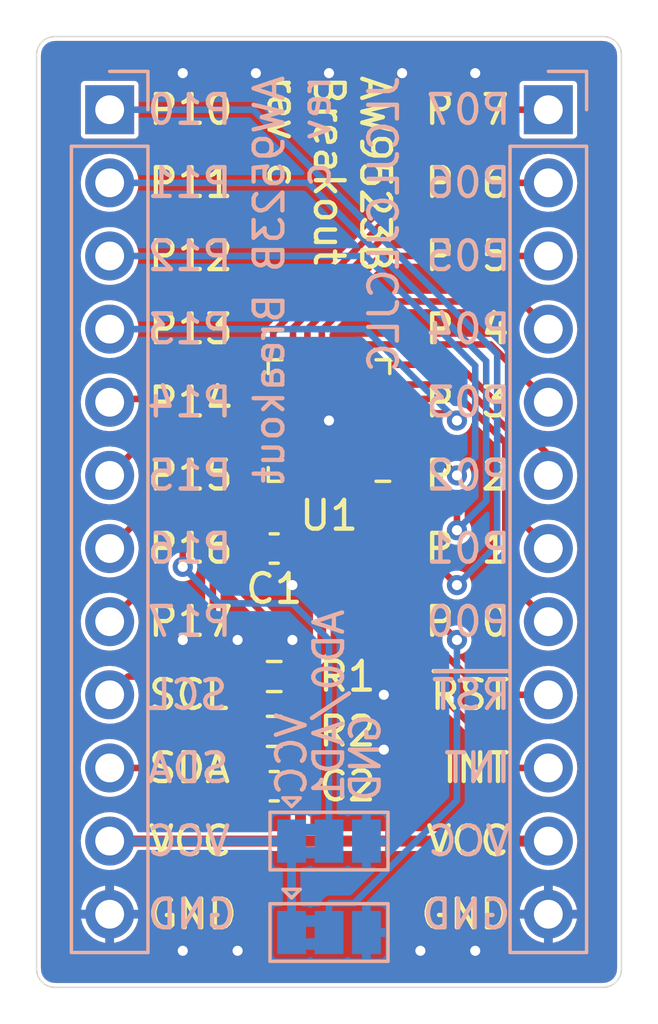
<source format=kicad_pcb>
(kicad_pcb (version 20211014) (generator pcbnew)
  (title_block (title "${TITLE}") (rev "${REVISION}") (company "${AUTHOR}") (comment 1 "${EMAIL}"))
  (layers (0 "F.Cu" signal) (31 "B.Cu" signal) (34 "B.Paste" user) (35 "F.Paste" user) (36 "B.SilkS" user "B.Silkscreen") (37 "F.SilkS" user "F.Silkscreen") (38 "B.Mask" user) (39 "F.Mask" user) (44 "Edge.Cuts" user))
  (property "AUTHOR" "Lars Boegild Thomsen")
  (property "EMAIL" "lbthomsen@gmail.com")
  (property "REVISION" "c")
  (property "TITLE" "AW9523B Breakout")
  (net 0 "")
  (net 1 "GND")
  (net 2 "VCC")
  (net 3 "AD0")
  (net 4 "AD1")
  (net 5 "SCL")
  (net 6 "SDA")
  (net 7 "NRST")
  (net 8 "INT")
  (net 9 "P1_7")
  (net 10 "P1_6")
  (net 11 "P1_5")
  (net 12 "P1_4")
  (net 13 "P0_7")
  (net 14 "P0_6")
  (net 15 "P0_5")
  (net 16 "P0_4")
  (net 17 "P0_3")
  (net 18 "P0_2")
  (net 19 "P0_1")
  (net 20 "P0_0")
  (net 21 "P1_3")
  (net 22 "P1_2")
  (net 23 "P1_1")
  (net 24 "P1_0")
  (footprint "Resistor_SMD:R_0603_1608Metric" (layer "F.Cu") (at 140.335 100.965 180)
    (fp_text reference "R1" (at -2.54 0) (layer "F.SilkS"))
    (fp_text value "10k")
    (fp_line (start -0.237258 -0.5225) (end 0.237258 -0.5225) (layer "F.SilkS") (width 0.12))
    (fp_line (start -0.237258 0.5225) (end 0.237258 0.5225) (layer "F.SilkS") (width 0.12))
    (pad "1" smd roundrect (at -0.825 0 180) (size 0.8 0.95) (layers "F.Cu" "F.Paste" "F.Mask") (net 2 "VCC"))
    (pad "2" smd roundrect (at 0.825 0 180) (size 0.8 0.95) (layers "F.Cu" "F.Paste" "F.Mask") (net 5 "SCL"))
  )
  (footprint "Resistor_SMD:R_0603_1608Metric" (layer "F.Cu") (at 140.335 102.87 180)
    (fp_text reference "R2" (at -2.54 0) (layer "F.SilkS"))
    (fp_text value "10k")
    (fp_line (start -0.237258 -0.5225) (end 0.237258 -0.5225) (layer "F.SilkS") (width 0.12))
    (fp_line (start -0.237258 0.5225) (end 0.237258 0.5225) (layer "F.SilkS") (width 0.12))
    (pad "1" smd roundrect (at -0.825 0 180) (size 0.8 0.95) (layers "F.Cu" "F.Paste" "F.Mask") (net 2 "VCC"))
    (pad "2" smd roundrect (at 0.825 0 180) (size 0.8 0.95) (layers "F.Cu" "F.Paste" "F.Mask") (net 6 "SDA"))
  )
  (footprint "Capacitor_SMD:C_0603_1608Metric" (layer "F.Cu") (at 140.335 96.52 180)
    (fp_text reference "C1" (at 0 -1.397) (layer "F.SilkS"))
    (fp_text value "100nF")
    (fp_line (start -0.14058 0.51) (end 0.14058 0.51) (layer "F.SilkS") (width 0.12))
    (fp_line (start -0.14058 -0.51) (end 0.14058 -0.51) (layer "F.SilkS") (width 0.12))
    (pad "1" smd roundrect (at -0.775 0 180) (size 0.9 0.95) (layers "F.Cu" "F.Paste" "F.Mask") (net 2 "VCC"))
    (pad "2" smd roundrect (at 0.775 0 180) (size 0.9 0.95) (layers "F.Cu" "F.Paste" "F.Mask") (net 1 "GND"))
  )
  (footprint "Capacitor_SMD:C_0603_1608Metric" (layer "F.Cu") (at 140.335 104.775 180)
    (fp_text reference "C2" (at -2.54 0) (layer "F.SilkS"))
    (fp_text value "1uF")
    (fp_line (start -0.14058 -0.51) (end 0.14058 -0.51) (layer "F.SilkS") (width 0.12))
    (fp_line (start -0.14058 0.51) (end 0.14058 0.51) (layer "F.SilkS") (width 0.12))
    (pad "1" smd roundrect (at -0.775 0 180) (size 0.9 0.95) (layers "F.Cu" "F.Paste" "F.Mask") (net 2 "VCC"))
    (pad "2" smd roundrect (at 0.775 0 180) (size 0.9 0.95) (layers "F.Cu" "F.Paste" "F.Mask") (net 1 "GND"))
  )
  (footprint "Package_DFN_QFN:QFN-24-1EP_4x4mm_P0.5mm_EP2.6x2.6mm" (layer "F.Cu") (at 142.24 92.075 180)
    (fp_text reference "U1" (at 0 -3.3) (layer "F.SilkS"))
    (fp_text value "AW9523B")
    (fp_line (start 1.635 -2.11) (end 2.11 -2.11) (layer "F.SilkS") (width 0.12))
    (fp_line (start 1.635 2.11) (end 2.11 2.11) (layer "F.SilkS") (width 0.12))
    (fp_line (start -1.635 -2.11) (end -2.11 -2.11) (layer "F.SilkS") (width 0.12))
    (fp_line (start -2.11 2.11) (end -2.11 1.635) (layer "F.SilkS") (width 0.12))
    (fp_line (start 2.11 2.11) (end 2.11 1.635) (layer "F.SilkS") (width 0.12))
    (fp_line (start -1.635 2.11) (end -2.11 2.11) (layer "F.SilkS") (width 0.12))
    (fp_line (start 2.11 -2.11) (end 2.11 -1.635) (layer "F.SilkS") (width 0.12))
    (pad "1" smd roundrect (at -1.9375 -1.25 180) (size 0.825 0.25) (layers "F.Cu" "F.Paste" "F.Mask") (net 24 "P1_0"))
    (pad "2" smd roundrect (at -1.9375 -0.75 180) (size 0.825 0.25) (layers "F.Cu" "F.Paste" "F.Mask") (net 23 "P1_1"))
    (pad "3" smd roundrect (at -1.9375 -0.25 180) (size 0.825 0.25) (layers "F.Cu" "F.Paste" "F.Mask") (net 22 "P1_2"))
    (pad "4" smd roundrect (at -1.9375 0.25 180) (size 0.825 0.25) (layers "F.Cu" "F.Paste" "F.Mask") (net 21 "P1_3"))
    (pad "5" smd roundrect (at -1.9375 0.75 180) (size 0.825 0.25) (layers "F.Cu" "F.Paste" "F.Mask") (net 20 "P0_0"))
    (pad "6" smd roundrect (at -1.9375 1.25 180) (size 0.825 0.25) (layers "F.Cu" "F.Paste" "F.Mask") (net 19 "P0_1"))
    (pad "7" smd roundrect (at -1.25 1.9375 180) (size 0.25 0.825) (layers "F.Cu" "F.Paste" "F.Mask") (net 18 "P0_2"))
    (pad "8" smd roundrect (at -0.75 1.9375 180) (size 0.25 0.825) (layers "F.Cu" "F.Paste" "F.Mask") (net 17 "P0_3"))
    (pad "9" smd roundrect (at -0.25 1.9375 180) (size 0.25 0.825) (layers "F.Cu" "F.Paste" "F.Mask") (net 1 "GND"))
    (pad "10" smd roundrect (at 0.25 1.9375 180) (size 0.25 0.825) (layers "F.Cu" "F.Paste" "F.Mask") (net 16 "P0_4"))
    (pad "11" smd roundrect (at 0.75 1.9375 180) (size 0.25 0.825) (layers "F.Cu" "F.Paste" "F.Mask") (net 15 "P0_5"))
    (pad "12" smd roundrect (at 1.25 1.9375 180) (size 0.25 0.825) (layers "F.Cu" "F.Paste" "F.Mask") (net 14 "P0_6"))
    (pad "13" smd roundrect (at 1.9375 1.25 180) (size 0.825 0.25) (layers "F.Cu" "F.Paste" "F.Mask") (net 13 "P0_7"))
    (pad "14" smd roundrect (at 1.9375 0.75 180) (size 0.825 0.25) (layers "F.Cu" "F.Paste" "F.Mask") (net 12 "P1_4"))
    (pad "15" smd roundrect (at 1.9375 0.25 180) (size 0.825 0.25) (layers "F.Cu" "F.Paste" "F.Mask") (net 11 "P1_5"))
    (pad "16" smd roundrect (at 1.9375 -0.25 180) (size 0.825 0.25) (layers "F.Cu" "F.Paste" "F.Mask") (net 10 "P1_6"))
    (pad "17" smd roundrect (at 1.9375 -0.75 180) (size 0.825 0.25) (layers "F.Cu" "F.Paste" "F.Mask") (net 9 "P1_7"))
    (pad "18" smd roundrect (at 1.9375 -1.25 180) (size 0.825 0.25) (layers "F.Cu" "F.Paste" "F.Mask") (net 3 "AD0"))
    (pad "19" smd roundrect (at 1.25 -1.9375 180) (size 0.25 0.825) (layers "F.Cu" "F.Paste" "F.Mask") (net 5 "SCL"))
    (pad "20" smd roundrect (at 0.75 -1.9375 180) (size 0.25 0.825) (layers "F.Cu" "F.Paste" "F.Mask") (net 6 "SDA"))
    (pad "21" smd roundrect (at 0.25 -1.9375 180) (size 0.25 0.825) (layers "F.Cu" "F.Paste" "F.Mask") (net 2 "VCC"))
    (pad "22" smd roundrect (at -0.25 -1.9375 180) (size 0.25 0.825) (layers "F.Cu" "F.Paste" "F.Mask") (net 8 "INT"))
    (pad "23" smd roundrect (at -0.75 -1.9375 180) (size 0.25 0.825) (layers "F.Cu" "F.Paste" "F.Mask") (net 7 "NRST"))
    (pad "24" smd roundrect (at -1.25 -1.9375 180) (size 0.25 0.825) (layers "F.Cu" "F.Paste" "F.Mask") (net 4 "AD1"))
    (pad "25" smd rect (at 0 0 180) (size 2.6 2.6) (layers "F.Cu" "F.Mask") (net 1 "GND"))
  )
  (footprint "Connector_PinHeader_2.54mm:PinHeader_1x12_P2.54mm_Vertical" (layer "B.Cu") (at 134.62 81.28 180)
    (fp_text reference "J1" hide)
    (fp_text value "~")
    (fp_line (start -1.33 1.33) (end 0 1.33) (layer "B.SilkS") (width 0.12))
    (fp_line (start -1.33 0) (end -1.33 1.33) (layer "B.SilkS") (width 0.12))
    (fp_line (start 1.33 -1.27) (end 1.33 -29.27) (layer "B.SilkS") (width 0.12))
    (fp_line (start -1.33 -29.27) (end 1.33 -29.27) (layer "B.SilkS") (width 0.12))
    (fp_line (start -1.33 -1.27) (end 1.33 -1.27) (layer "B.SilkS") (width 0.12))
    (fp_line (start -1.33 -1.27) (end -1.33 -29.27) (layer "B.SilkS") (width 0.12))
    (pad "1" thru_hole rect (at 0 0 180) (size 1.7 1.7) (drill 1) (layers *.Cu *.Mask) (net 24 "P1_0"))
    (pad "2" thru_hole oval (at 0 -2.54 180) (size 1.7 1.7) (drill 1) (layers *.Cu *.Mask) (net 23 "P1_1"))
    (pad "3" thru_hole oval (at 0 -5.08 180) (size 1.7 1.7) (drill 1) (layers *.Cu *.Mask) (net 22 "P1_2"))
    (pad "4" thru_hole oval (at 0 -7.62 180) (size 1.7 1.7) (drill 1) (layers *.Cu *.Mask) (net 21 "P1_3"))
    (pad "5" thru_hole oval (at 0 -10.16 180) (size 1.7 1.7) (drill 1) (layers *.Cu *.Mask) (net 12 "P1_4"))
    (pad "6" thru_hole oval (at 0 -12.7 180) (size 1.7 1.7) (drill 1) (layers *.Cu *.Mask) (net 11 "P1_5"))
    (pad "7" thru_hole oval (at 0 -15.24 180) (size 1.7 1.7) (drill 1) (layers *.Cu *.Mask) (net 10 "P1_6"))
    (pad "8" thru_hole oval (at 0 -17.78 180) (size 1.7 1.7) (drill 1) (layers *.Cu *.Mask) (net 9 "P1_7"))
    (pad "9" thru_hole oval (at 0 -20.32 180) (size 1.7 1.7) (drill 1) (layers *.Cu *.Mask) (net 5 "SCL"))
    (pad "10" thru_hole oval (at 0 -22.86 180) (size 1.7 1.7) (drill 1) (layers *.Cu *.Mask) (net 6 "SDA"))
    (pad "11" thru_hole oval (at 0 -25.4 180) (size 1.7 1.7) (drill 1) (layers *.Cu *.Mask) (net 2 "VCC"))
    (pad "12" thru_hole oval (at 0 -27.94 180) (size 1.7 1.7) (drill 1) (layers *.Cu *.Mask) (net 1 "GND"))
  )
  (footprint "Connector_PinHeader_2.54mm:PinHeader_1x12_P2.54mm_Vertical" (layer "B.Cu") (at 149.86 81.28 180)
    (fp_text reference "J2" hide)
    (fp_text value "~")
    (fp_line (start -1.33 -1.27) (end 1.33 -1.27) (layer "B.SilkS") (width 0.12))
    (fp_line (start -1.33 -1.27) (end -1.33 -29.27) (layer "B.SilkS") (width 0.12))
    (fp_line (start -1.33 0) (end -1.33 1.33) (layer "B.SilkS") (width 0.12))
    (fp_line (start 1.33 -1.27) (end 1.33 -29.27) (layer "B.SilkS") (width 0.12))
    (fp_line (start -1.33 -29.27) (end 1.33 -29.27) (layer "B.SilkS") (width 0.12))
    (fp_line (start -1.33 1.33) (end 0 1.33) (layer "B.SilkS") (width 0.12))
    (pad "1" thru_hole rect (at 0 0 180) (size 1.7 1.7) (drill 1) (layers *.Cu *.Mask) (net 13 "P0_7"))
    (pad "2" thru_hole oval (at 0 -2.54 180) (size 1.7 1.7) (drill 1) (layers *.Cu *.Mask) (net 14 "P0_6"))
    (pad "3" thru_hole oval (at 0 -5.08 180) (size 1.7 1.7) (drill 1) (layers *.Cu *.Mask) (net 15 "P0_5"))
    (pad "4" thru_hole oval (at 0 -7.62 180) (size 1.7 1.7) (drill 1) (layers *.Cu *.Mask) (net 16 "P0_4"))
    (pad "5" thru_hole oval (at 0 -10.16 180) (size 1.7 1.7) (drill 1) (layers *.Cu *.Mask) (net 17 "P0_3"))
    (pad "6" thru_hole oval (at 0 -12.7 180) (size 1.7 1.7) (drill 1) (layers *.Cu *.Mask) (net 18 "P0_2"))
    (pad "7" thru_hole oval (at 0 -15.24 180) (size 1.7 1.7) (drill 1) (layers *.Cu *.Mask) (net 19 "P0_1"))
    (pad "8" thru_hole oval (at 0 -17.78 180) (size 1.7 1.7) (drill 1) (layers *.Cu *.Mask) (net 20 "P0_0"))
    (pad "9" thru_hole oval (at 0 -20.32 180) (size 1.7 1.7) (drill 1) (layers *.Cu *.Mask) (net 7 "NRST"))
    (pad "10" thru_hole oval (at 0 -22.86 180) (size 1.7 1.7) (drill 1) (layers *.Cu *.Mask) (net 8 "INT"))
    (pad "11" thru_hole oval (at 0 -25.4 180) (size 1.7 1.7) (drill 1) (layers *.Cu *.Mask) (net 2 "VCC"))
    (pad "12" thru_hole oval (at 0 -27.94 180) (size 1.7 1.7) (drill 1) (layers *.Cu *.Mask) (net 1 "GND"))
  )
  (footprint "Jumper:SolderJumper-3_P1.3mm_Bridged2Bar12_Pad1.0x1.5mm" (layer "B.Cu") (at 142.24 106.68)
    (fp_text reference "JP1" hide)
    (fp_text value "~")
    (fp_poly (pts (xy -0.9 0.6) (xy -0.4 0.6) (xy -0.4 0.2) (xy -0.9 0.2)) (layer "B.Cu") (width 0) (fill solid))
    (fp_poly (pts (xy -0.9 -0.2) (xy -0.4 -0.2) (xy -0.4 -0.6) (xy -0.9 -0.6)) (layer "B.Cu") (width 0) (fill solid))
    (fp_line (start 2.05 -1) (end -2.05 -1) (layer "B.SilkS") (width 0.12))
    (fp_line (start -2.05 -1) (end -2.05 1) (layer "B.SilkS") (width 0.12))
    (fp_line (start -2.05 1) (end 2.05 1) (layer "B.SilkS") (width 0.12))
    (fp_line (start -1.6 -1.5) (end -1 -1.5) (layer "B.SilkS") (width 0.12))
    (fp_line (start 2.05 1) (end 2.05 -1) (layer "B.SilkS") (width 0.12))
    (fp_line (start -1.3 -1.2) (end -1.6 -1.5) (layer "B.SilkS") (width 0.12))
    (fp_line (start -1.3 -1.2) (end -1 -1.5) (layer "B.SilkS") (width 0.12))
    (pad "1" smd rect (at -1.3 0) (size 1 1.5) (layers "B.Cu" "B.Mask") (net 2 "VCC"))
    (pad "2" smd rect (at 0 0) (size 1 1.5) (layers "B.Cu" "B.Mask") (net 3 "AD0"))
    (pad "3" smd rect (at 1.3 0) (size 1 1.5) (layers "B.Cu" "B.Mask") (net 1 "GND"))
  )
  (footprint "Jumper:SolderJumper-3_P1.3mm_Bridged2Bar12_Pad1.0x1.5mm" (layer "B.Cu") (at 142.24 109.855)
    (fp_text reference "JP2" hide)
    (fp_text value "~")
    (fp_poly (pts (xy -0.9 0.6) (xy -0.4 0.6) (xy -0.4 0.2) (xy -0.9 0.2)) (layer "B.Cu") (width 0) (fill solid))
    (fp_poly (pts (xy -0.9 -0.2) (xy -0.4 -0.2) (xy -0.4 -0.6) (xy -0.9 -0.6)) (layer "B.Cu") (width 0) (fill solid))
    (fp_line (start 2.05 1) (end 2.05 -1) (layer "B.SilkS") (width 0.12))
    (fp_line (start -1.6 -1.5) (end -1 -1.5) (layer "B.SilkS") (width 0.12))
    (fp_line (start -2.05 -1) (end -2.05 1) (layer "B.SilkS") (width 0.12))
    (fp_line (start -2.05 1) (end 2.05 1) (layer "B.SilkS") (width 0.12))
    (fp_line (start -1.3 -1.2) (end -1 -1.5) (layer "B.SilkS") (width 0.12))
    (fp_line (start 2.05 -1) (end -2.05 -1) (layer "B.SilkS") (width 0.12))
    (fp_line (start -1.3 -1.2) (end -1.6 -1.5) (layer "B.SilkS") (width 0.12))
    (pad "1" smd rect (at -1.3 0) (size 1 1.5) (layers "B.Cu" "B.Mask") (net 2 "VCC"))
    (pad "2" smd rect (at 0 0) (size 1 1.5) (layers "B.Cu" "B.Mask") (net 4 "AD1"))
    (pad "3" smd rect (at 1.3 0) (size 1 1.5) (layers "B.Cu" "B.Mask") (net 1 "GND"))
  )
  (gr_line (start 132.08 111.125) (end 132.08 79.375) (layer "Edge.Cuts") (width 0.05))
  (gr_line (start 151.765 111.76) (end 132.715 111.76) (layer "Edge.Cuts") (width 0.05))
  (gr_arc (start 152.4 111.125) (mid 152.214013 111.574013) (end 151.765 111.76) (layer "Edge.Cuts") (width 0.05))
  (gr_arc (start 132.08 79.375) (mid 132.265987 78.925987) (end 132.715 78.74) (layer "Edge.Cuts") (width 0.05))
  (gr_line (start 132.715 78.74) (end 151.765 78.74) (layer "Edge.Cuts") (width 0.05))
  (gr_arc (start 132.715 111.76) (mid 132.265987 111.574013) (end 132.08 111.125) (layer "Edge.Cuts") (width 0.05))
  (gr_line (start 152.4 79.375) (end 152.4 111.125) (layer "Edge.Cuts") (width 0.05))
  (gr_arc (start 151.765 78.74) (mid 152.214013 78.925987) (end 152.4 79.375) (layer "Edge.Cuts") (width 0.05))
  (gr_text "P07" (at 145.535238 81.28) (layer "B.SilkS") (effects (font (size 1 1)) (justify right mirror)))
  (gr_text "P06" (at 145.535238 83.82) (layer "B.SilkS") (effects (font (size 1 1)) (justify right mirror)))
  (gr_text "P05" (at 145.535238 86.36) (layer "B.SilkS") (effects (font (size 1 1)) (justify right mirror)))
  (gr_text "P04" (at 145.535238 88.9) (layer "B.SilkS") (effects (font (size 1 1)) (justify right mirror)))
  (gr_text "P03" (at 145.535238 91.44) (layer "B.SilkS") (effects (font (size 1 1)) (justify right mirror)))
  (gr_text "P02" (at 145.535238 93.98) (layer "B.SilkS") (effects (font (size 1 1)) (justify right mirror)))
  (gr_text "P01" (at 145.535238 96.52) (layer "B.SilkS") (effects (font (size 1 1)) (justify right mirror)))
  (gr_text "P00" (at 145.535238 99.06) (layer "B.SilkS") (effects (font (size 1 1)) (justify right mirror)))
  (gr_text "~{RST}" (at 145.725714 101.6) (layer "B.SilkS") (effects (font (size 1 1)) (justify right mirror)))
  (gr_text "INT" (at 146.154286 104.14) (layer "B.SilkS") (effects (font (size 1 1)) (justify right mirror)))
  (gr_text "VCC" (at 145.582857 106.68) (layer "B.SilkS") (effects (font (size 1 1)) (justify right mirror)))
  (gr_text "GND" (at 145.392381 109.22) (layer "B.SilkS") (effects (font (size 1 1)) (justify right mirror)))
  (gr_text "GND" (at 139.087619 109.22) (layer "B.SilkS") (effects (font (size 1 1)) (justify left mirror)))
  (gr_text "VCC" (at 138.897143 106.68) (layer "B.SilkS") (effects (font (size 1 1)) (justify left mirror)))
  (gr_text "SDA" (at 138.849524 104.14) (layer "B.SilkS") (effects (font (size 1 1)) (justify left mirror)))
  (gr_text "SCL" (at 138.801905 101.6) (layer "B.SilkS") (effects (font (size 1 1)) (justify left mirror)))
  (gr_text "P17" (at 138.944762 99.06) (layer "B.SilkS") (effects (font (size 1 1)) (justify left mirror)))
  (gr_text "P16" (at 138.944762 96.52) (layer "B.SilkS") (effects (font (size 1 1)) (justify left mirror)))
  (gr_text "P15" (at 138.944762 93.98) (layer "B.SilkS") (effects (font (size 1 1)) (justify left mirror)))
  (gr_text "P14" (at 138.944762 91.44) (layer "B.SilkS") (effects (font (size 1 1)) (justify left mirror)))
  (gr_text "P13" (at 138.944762 88.9) (layer "B.SilkS") (effects (font (size 1 1)) (justify left mirror)))
  (gr_text "P12" (at 138.944762 86.36) (layer "B.SilkS") (effects (font (size 1 1)) (justify left mirror)))
  (gr_text "P11" (at 138.944762 83.82) (layer "B.SilkS") (effects (font (size 1 1)) (justify left mirror)))
  (gr_text "P10" (at 138.944762 81.28) (layer "B.SilkS") (effects (font (size 1 1)) (justify left mirror)))
  (gr_text "JLCJLCJLCJLC" (at 144.145 80.01 90) (layer "B.SilkS") (effects (font (size 1 1)) (justify left mirror)))
  (gr_text "AD0/AD1" (at 142.24 105.41 90) (layer "B.SilkS") (effects (font (size 1 1)) (justify right mirror)))
  (gr_text "VCC" (at 140.94 105.18 90) (layer "B.SilkS") (effects (font (size 1 1)) (justify right mirror)))
  (gr_text "${TITLE}\nrev ${REVISION}" (at 140.97 80.01 90) (layer "B.SilkS") (effects (font (size 1 1)) (justify left mirror)))
  (gr_text "GND" (at 143.51 105.41 90) (layer "B.SilkS") (effects (font (size 1 1)) (justify right mirror)))
  (gr_text "P11" (at 135.89 83.82) (layer "F.SilkS") (effects (font (size 1 1)) (justify left)))
  (gr_text "P12" (at 135.89 86.36) (layer "F.SilkS") (effects (font (size 1 1)) (justify left)))
  (gr_text "P13" (at 135.89 88.9) (layer "F.SilkS") (effects (font (size 1 1)) (justify left)))
  (gr_text "P14" (at 135.89 91.44) (layer "F.SilkS") (effects (font (size 1 1)) (justify left)))
  (gr_text "P15" (at 135.89 93.98) (layer "F.SilkS") (effects (font (size 1 1)) (justify left)))
  (gr_text "P16" (at 135.89 96.52) (layer "F.SilkS") (effects (font (size 1 1)) (justify left)))
  (gr_text "P17" (at 135.89 99.06) (layer "F.SilkS") (effects (font (size 1 1)) (justify left)))
  (gr_text "SCL" (at 135.89 101.6) (layer "F.SilkS") (effects (font (size 1 1)) (justify left)))
  (gr_text "SDA" (at 135.89 104.14) (layer "F.SilkS") (effects (font (size 1 1)) (justify left)))
  (gr_text "VCC" (at 135.89 106.68) (layer "F.SilkS") (effects (font (size 1 1)) (justify left)))
  (gr_text "GND" (at 135.89 109.22) (layer "F.SilkS") (effects (font (size 1 1)) (justify left)))
  (gr_text "GND" (at 148.59 109.22) (layer "F.SilkS") (effects (font (size 1 1)) (justify right)))
  (gr_text "VCC" (at 148.59 106.68) (layer "F.SilkS") (effects (font (size 1 1)) (justify right)))
  (gr_text "INT" (at 148.59 104.14) (layer "F.SilkS") (effects (font (size 1 1)) (justify right)))
  (gr_text "~{RST}" (at 148.59 101.6) (layer "F.SilkS") (effects (font (size 1 1)) (justify right)))
  (gr_text "P00" (at 148.59 99.06) (layer "F.SilkS") (effects (font (size 1 1)) (justify right)))
  (gr_text "P01" (at 148.59 96.52) (layer "F.SilkS") (effects (font (size 1 1)) (justify right)))
  (gr_text "P02" (at 148.59 93.98) (layer "F.SilkS") (effects (font (size 1 1)) (justify right)))
  (gr_text "P03" (at 148.59 91.44) (layer "F.SilkS") (effects (font (size 1 1)) (justify right)))
  (gr_text "P04" (at 148.59 88.9) (layer "F.SilkS") (effects (font (size 1 1)) (justify right)))
  (gr_text "P05" (at 148.59 86.36) (layer "F.SilkS") (effects (font (size 1 1)) (justify right)))
  (gr_text "P06" (at 148.59 83.82) (layer "F.SilkS") (effects (font (size 1 1)) (justify right)))
  (gr_text "P07" (at 148.59 81.28) (layer "F.SilkS") (effects (font (size 1 1)) (justify right)))
  (gr_text "AW9523B\nBreakout\nrev ${REVISION}" (at 142.24 80.01 270) (layer "F.SilkS") (effects (font (size 1 1)) (justify left)))
  (gr_text "P10" (at 135.89 81.28) (layer "F.SilkS") (effects (font (size 1 1)) (justify left)))
  (segment (start 142.49 90.1375) (end 142.49 91.825) (width 0.3048) (layer "F.Cu") (net 1))
  (segment (start 142.49 91.825) (end 142.24 92.075) (width 0.3048) (layer "F.Cu") (net 1))
  (via (at 142.24 80.01) (size 0.7) (drill 0.35) (layers "F.Cu" "B.Cu") (net 1))
  (via (at 144.145 101.6) (size 0.7) (drill 0.35) (layers "F.Cu" "B.Cu") (net 1))
  (via (at 147.32 80.01) (size 0.7) (drill 0.35) (layers "F.Cu" "B.Cu") (net 1))
  (via (at 137.16 99.695) (size 0.7) (drill 0.35) (layers "F.Cu" "B.Cu") (net 1))
  (via (at 140.97 97.79) (size 0.7) (drill 0.35) (layers "F.Cu" "B.Cu") (net 1))
  (via (at 140.97 99.695) (size 0.7) (drill 0.35) (layers "F.Cu" "B.Cu") (net 1))
  (via (at 144.78 80.01) (size 0.7) (drill 0.35) (layers "F.Cu" "B.Cu") (net 1))
  (via (at 142.24 92.075) (size 0.7) (drill 0.35) (layers "F.Cu" "B.Cu") (net 1))
  (via (at 137.16 110.49) (size 0.7) (drill 0.35) (layers "F.Cu" "B.Cu") (net 1))
  (via (at 145.415 110.49) (size 0.7) (drill 0.35) (layers "F.Cu" "B.Cu") (net 1))
  (via (at 139.065 99.695) (size 0.7) (drill 0.35) (layers "F.Cu" "B.Cu") (net 1))
  (via (at 137.16 80.01) (size 0.7) (drill 0.35) (layers "F.Cu" "B.Cu") (net 1))
  (via (at 139.7 80.01) (size 0.7) (drill 0.35) (layers "F.Cu" "B.Cu") (net 1))
  (via (at 139.065 110.49) (size 0.7) (drill 0.35) (layers "F.Cu" "B.Cu") (net 1))
  (via (at 144.145 103.505) (size 0.7) (drill 0.35) (layers "F.Cu" "B.Cu") (net 1))
  (via (at 147.32 110.49) (size 0.7) (drill 0.35) (layers "F.Cu" "B.Cu") (net 1))
  (segment (start 141.99 96.48) (end 141.99 100.0975) (width 0.3048) (layer "F.Cu") (net 2))
  (segment (start 141.1225 104.775) (end 141.1225 102.87) (width 0.381) (layer "F.Cu") (net 2))
  (segment (start 141.99 96.48) (end 141.1625 96.48) (width 0.3048) (layer "F.Cu") (net 2))
  (segment (start 141.25 106.68) (end 149.86 106.68) (width 0.381) (layer "F.Cu") (net 2))
  (segment (start 134.62 106.68) (end 141.25 106.68) (width 0.381) (layer "F.Cu") (net 2))
  (segment (start 141.99 94.0125) (end 141.99 96.48) (width 0.3048) (layer "F.Cu") (net 2))
  (segment (start 141.25 104.9025) (end 141.1225 104.775) (width 0.381) (layer "F.Cu") (net 2))
  (segment (start 141.1225 102.87) (end 141.1225 100.965) (width 0.381) (layer "F.Cu") (net 2))
  (segment (start 141.25 106.68) (end 141.25 104.9025) (width 0.381) (layer "F.Cu") (net 2))
  (segment (start 141.99 100.0975) (end 141.1225 100.965) (width 0.3048) (layer "F.Cu") (net 2))
  (segment (start 141.1625 96.48) (end 141.1225 96.52) (width 0.3048) (layer "F.Cu") (net 2))
  (segment (start 140.94 106.68) (end 134.62 106.68) (width 0.3048) (layer "B.Cu") (net 2))
  (segment (start 140.94 106.68) (end 140.94 109.855) (width 0.3048) (layer "B.Cu") (net 2))
  (segment (start 140.3025 93.325) (end 137.16 96.4675) (width 0.2286) (layer "F.Cu") (net 3))
  (segment (start 137.16 96.4675) (end 137.16 97.155) (width 0.2286) (layer "F.Cu") (net 3))
  (via locked (at 137.16 97.155) (size 0.7) (drill 0.35) (layers "F.Cu" "B.Cu") (net 3))
  (segment (start 140.97 98.425) (end 142.24 99.695) (width 0.2286) (layer "B.Cu") (net 3))
  (segment (start 142.24 99.695) (end 142.24 106.68) (width 0.2286) (layer "B.Cu") (net 3))
  (segment (start 138.43 98.425) (end 137.16 97.155) (width 0.2286) (layer "B.Cu") (net 3))
  (segment (start 140.97 98.425) (end 138.43 98.425) (width 0.2286) (layer "B.Cu") (net 3))
  (segment (start 143.49 96.5) (end 146.685 99.695) (width 0.2286) (layer "F.Cu") (net 4))
  (segment (start 143.49 94.0125) (end 143.49 96.5) (width 0.2286) (layer "F.Cu") (net 4))
  (via locked (at 146.685 99.695) (size 0.7) (drill 0.35) (layers "F.Cu" "B.Cu") (net 4))
  (segment (start 142.278101 108.838299) (end 142.24 108.8764) (width 0.2286) (layer "B.Cu") (net 4))
  (segment (start 142.24 108.8764) (end 142.24 109.855) (width 0.2286) (layer "B.Cu") (net 4))
  (segment (start 146.685 99.695) (end 146.685 105.265062) (width 0.2286) (layer "B.Cu") (net 4))
  (segment (start 143.111763 108.838299) (end 142.278101 108.838299) (width 0.2286) (layer "B.Cu") (net 4))
  (segment (start 146.685 105.265062) (end 143.111763 108.838299) (width 0.2286) (layer "B.Cu") (net 4))
  (segment (start 135.255 100.965) (end 134.62 101.6) (width 0.2286) (layer "F.Cu") (net 5))
  (segment (start 138.205 100.965) (end 138.205 96.162124) (width 0.2286) (layer "F.Cu") (net 5))
  (segment (start 140.354624 94.0125) (end 140.99 94.0125) (width 0.2286) (layer "F.Cu") (net 5))
  (segment (start 138.205 96.162124) (end 138.462279 95.904845) (width 0.2286) (layer "F.Cu") (net 5))
  (segment (start 138.205 100.965) (end 135.255 100.965) (width 0.2286) (layer "F.Cu") (net 5))
  (segment (start 138.462279 95.904845) (end 140.354624 94.0125) (width 0.2286) (layer "F.Cu") (net 5))
  (segment (start 139.5475 100.965) (end 138.465 100.965) (width 0.2286) (layer "F.Cu") (net 5))
  (segment (start 138.465 100.965) (end 138.205 100.965) (width 0.2286) (layer "F.Cu") (net 5))
  (segment (start 140.25171 99.08171) (end 138.84329 97.67329) (width 0.2286) (layer "F.Cu") (net 6))
  (segment (start 138.84329 96.062664) (end 140.189244 94.71671) (width 0.2286) (layer "F.Cu") (net 6))
  (segment (start 141.22329 94.71671) (end 141.49 94.45) (width 0.2286) (layer "F.Cu") (net 6))
  (segment (start 140.25171 102.16579) (end 140.25171 99.08171) (width 0.2286) (layer "F.Cu") (net 6))
  (segment (start 141.49 94.45) (end 141.49 94.0125) (width 0.2286) (layer "F.Cu") (net 6))
  (segment (start 137.13 102.87) (end 135.86 104.14) (width 0.2286) (layer "F.Cu") (net 6))
  (segment (start 138.84329 97.67329) (end 138.84329 96.062664) (width 0.2286) (layer "F.Cu") (net 6))
  (segment (start 140.189244 94.71671) (end 141.22329 94.71671) (width 0.2286) (layer "F.Cu") (net 6))
  (segment (start 139.5475 102.87) (end 140.25171 102.16579) (width 0.2286) (layer "F.Cu") (net 6))
  (segment (start 135.86 104.14) (end 134.62 104.14) (width 0.2286) (layer "F.Cu") (net 6))
  (segment (start 139.5475 102.87) (end 137.13 102.87) (width 0.2286) (layer "F.Cu") (net 6))
  (segment (start 147.67728 101.6) (end 149.86 101.6) (width 0.2286) (layer "F.Cu") (net 7))
  (segment (start 142.99 94.0125) (end 142.99 96.91272) (width 0.2286) (layer "F.Cu") (net 7))
  (segment (start 142.99 96.91272) (end 147.67728 101.6) (width 0.2286) (layer "F.Cu") (net 7))
  (segment (start 142.49 94.0125) (end 142.49 97.972081) (width 0.2286) (layer "F.Cu") (net 8))
  (segment (start 142.49 97.972081) (end 148.657919 104.14) (width 0.2286) (layer "F.Cu") (net 8))
  (segment (start 148.657919 104.14) (end 149.86 104.14) (width 0.2286) (layer "F.Cu") (net 8))
  (segment (start 139.77734 92.825) (end 135.736701 96.865639) (width 0.2286) (layer "F.Cu") (net 9))
  (segment (start 135.736701 97.943299) (end 134.62 99.06) (width 0.2286) (layer "F.Cu") (net 9))
  (segment (start 140.3025 92.825) (end 139.77734 92.825) (width 0.2286) (layer "F.Cu") (net 9))
  (segment (start 135.736701 96.865639) (end 135.736701 97.943299) (width 0.2286) (layer "F.Cu") (net 9))
  (segment (start 138.815 92.325) (end 134.62 96.52) (width 0.2286) (layer "F.Cu") (net 10))
  (segment (start 140.3025 92.325) (end 138.815 92.325) (width 0.2286) (layer "F.Cu") (net 10))
  (segment (start 136.775 91.825) (end 134.62 93.98) (width 0.2286) (layer "F.Cu") (net 11))
  (segment (start 140.3025 91.825) (end 136.775 91.825) (width 0.2286) (layer "F.Cu") (net 11))
  (segment (start 134.735 91.325) (end 134.62 91.44) (width 0.2286) (layer "F.Cu") (net 12))
  (segment (start 140.3025 91.325) (end 134.735 91.325) (width 0.2286) (layer "F.Cu") (net 12))
  (segment (start 140.3025 90.825) (end 140.3025 89.01101) (width 0.2286) (layer "F.Cu") (net 13))
  (segment (start 140.3025 89.01101) (end 148.03351 81.28) (width 0.2286) (layer "F.Cu") (net 13))
  (segment (start 148.03351 81.28) (end 149.86 81.28) (width 0.2286) (layer "F.Cu") (net 13))
  (segment (start 140.99 90.1375) (end 140.99 88.86234) (width 0.2286) (layer "F.Cu") (net 14))
  (segment (start 146.03234 83.82) (end 149.86 83.82) (width 0.2286) (layer "F.Cu") (net 14))
  (segment (start 140.99 88.86234) (end 146.03234 83.82) (width 0.2286) (layer "F.Cu") (net 14))
  (segment (start 144.03117 86.36) (end 149.86 86.36) (width 0.2286) (layer "F.Cu") (net 15))
  (segment (start 141.49 90.1375) (end 141.49 88.90117) (width 0.2286) (layer "F.Cu") (net 15))
  (segment (start 141.49 88.90117) (end 144.03117 86.36) (width 0.2286) (layer "F.Cu") (net 15))
  (segment (start 149.86 88.9) (end 148.9 87.94) (width 0.2286) (layer "F.Cu") (net 16))
  (segment (start 142.99 87.94) (end 141.99 88.94) (width 0.2286) (layer "F.Cu") (net 16))
  (segment (start 148.9 87.94) (end 142.99 87.94) (width 0.2286) (layer "F.Cu") (net 16))
  (segment (start 141.99 88.94) (end 141.99 90.1375) (width 0.2286) (layer "F.Cu") (net 16))
  (segment (start 147.85329 89.43329) (end 149.86 91.44) (width 0.2286) (layer "F.Cu") (net 17))
  (segment (start 143.25671 89.43329) (end 147.85329 89.43329) (width 0.2286) (layer "F.Cu") (net 17))
  (segment (start 142.99 90.1375) (end 142.99 89.7) (width 0.2286) (layer "F.Cu") (net 17))
  (segment (start 142.99 89.7) (end 143.25671 89.43329) (width 0.2286) (layer "F.Cu") (net 17))
  (segment (start 143.49 90.1375) (end 146.737878 90.1375) (width 0.2286) (layer "F.Cu") (net 18))
  (segment (start 146.737878 90.1375) (end 149.86 93.259622) (width 0.2286) (layer "F.Cu") (net 18))
  (segment (start 149.86 93.259622) (end 149.86 93.98) (width 0.2286) (layer "F.Cu") (net 18))
  (segment (start 146.886548 90.825) (end 148.743299 92.681751) (width 0.2286) (layer "F.Cu") (net 19))
  (segment (start 148.743299 92.681751) (end 148.743299 95.403299) (width 0.2286) (layer "F.Cu") (net 19))
  (segment (start 148.743299 95.403299) (end 149.86 96.52) (width 0.2286) (layer "F.Cu") (net 19))
  (segment (start 144.1775 90.825) (end 146.886548 90.825) (width 0.2286) (layer "F.Cu") (net 19))
  (segment (start 146.847718 91.325) (end 148.362288 92.83957) (width 0.2286) (layer "F.Cu") (net 20))
  (segment (start 148.362288 92.83957) (end 148.362288 97.562288) (width 0.2286) (layer "F.Cu") (net 20))
  (segment (start 148.362288 97.562288) (end 149.86 99.06) (width 0.2286) (layer "F.Cu") (net 20))
  (segment (start 144.1775 91.325) (end 146.847718 91.325) (width 0.2286) (layer "F.Cu") (net 20))
  (segment (start 144.1775 91.825) (end 146.435 91.825) (width 0.2286) (layer "F.Cu") (net 21))
  (segment (start 146.435 91.825) (end 146.685 92.075) (width 0.2286) (layer "F.Cu") (net 21))
  (via locked (at 146.685 92.075) (size 0.7) (drill 0.35) (layers "F.Cu" "B.Cu") (net 21))
  (segment (start 143.51 88.9) (end 134.62 88.9) (width 0.2286) (layer "B.Cu") (net 21))
  (segment (start 146.685 92.075) (end 143.51 88.9) (width 0.2286) (layer "B.Cu") (net 21))
  (segment (start 145.03 92.325) (end 146.685 93.98) (width 0.2286) (layer "F.Cu") (net 22))
  (segment (start 144.1775 92.325) (end 145.03 92.325) (width 0.2286) (layer "F.Cu") (net 22))
  (via locked (at 146.685 93.98) (size 0.7) (drill 0.35) (layers "F.Cu" "B.Cu") (net 22))
  (segment (start 147.32 93.345) (end 146.685 93.98) (width 0.2286) (layer "B.Cu") (net 22))
  (segment (start 143.51 86.36) (end 147.32 90.17) (width 0.2286) (layer "B.Cu") (net 22))
  (segment (start 147.32 90.17) (end 147.32 93.345) (width 0.2286) (layer "B.Cu") (net 22))
  (segment (start 134.62 86.36) (end 143.51 86.36) (width 0.2286) (layer "B.Cu") (net 22))
  (segment (start 146.685 94.895) (end 146.685 95.885) (width 0.2286) (layer "F.Cu") (net 23))
  (segment (start 144.615 92.825) (end 146.685 94.895) (width 0.2286) (layer "F.Cu") (net 23))
  (segment (start 144.1775 92.825) (end 144.615 92.825) (width 0.2286) (layer "F.Cu") (net 23))
  (via locked (at 146.685 95.885) (size 0.7) (drill 0.35) (layers "F.Cu" "B.Cu") (net 23))
  (segment (start 134.62 83.82) (end 141.50883 83.82) (width 0.2286) (layer "B.Cu") (net 23))
  (segment (start 147.701009 94.868991) (end 146.685 95.885) (width 0.2286) (layer "B.Cu") (net 23))
  (segment (start 147.701009 90.012179) (end 147.701009 94.868991) (width 0.2286) (layer "B.Cu") (net 23))
  (segment (start 141.50883 83.82) (end 147.701009 90.012179) (width 0.2286) (layer "B.Cu") (net 23))
  (segment (start 144.1775 93.325) (end 144.1775 95.2825) (width 0.2286) (layer "F.Cu") (net 24))
  (segment (start 144.1775 95.2825) (end 146.685 97.79) (width 0.2286) (layer "F.Cu") (net 24))
  (via locked (at 146.685 97.79) (size 0.7) (drill 0.35) (layers "F.Cu" "B.Cu") (net 24))
  (segment (start 139.60383 81.28) (end 134.62 81.28) (width 0.2286) (layer "B.Cu") (net 24))
  (segment (start 148.08202 89.75819) (end 139.60383 81.28) (width 0.2286) (layer "B.Cu") (net 24))
  (segment (start 146.685 97.79) (end 148.08202 96.39298) (width 0.2286) (layer "B.Cu") (net 24))
  (segment (start 148.08202 96.39298) (end 148.08202 89.75819) (width 0.2286) (layer "B.Cu") (net 24))
  (zone (net 1) (net_name "GND") (layer "F.Cu") (connect_pads (clearance 0.1524)) (min_thickness 0.1524) (fill yes (thermal_gap 0.1524) (thermal_bridge_width 0.3048))
    (polygon (pts (xy 153.035 112.395) (xy 131.445 112.395) (xy 131.445 78.105) (xy 153.035 78.105)))
  )
  (zone (net 1) (net_name "GND") (layer "B.Cu") (connect_pads (clearance 0.1524)) (min_thickness 0.1524) (fill yes (thermal_gap 0.1524) (thermal_bridge_width 0.3048))
    (polygon (pts (xy 153.67 113.03) (xy 130.81 113.03) (xy 130.81 77.47) (xy 153.67 77.47)))
  )
)
</source>
